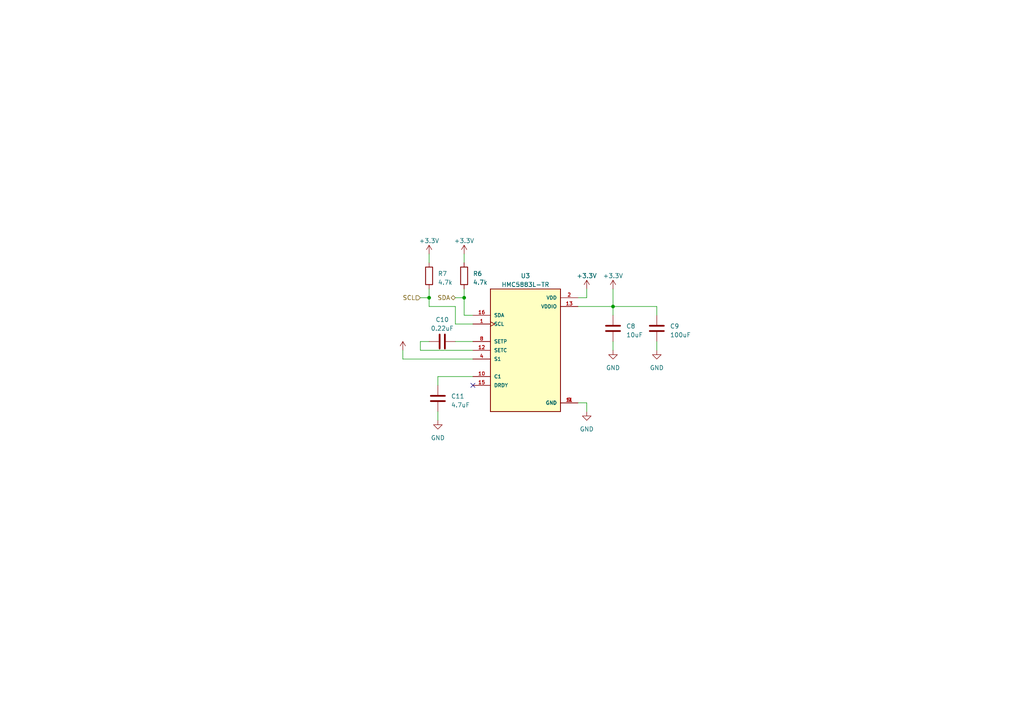
<source format=kicad_sch>
(kicad_sch (version 20230121) (generator eeschema)
  (paper "A4")
  (title_block (title "ISSptr") (date "July 2024") (rev "v1"))
  (lib_symbols
    (symbol "Device:C" (pin_numbers hide) (pin_names (offset 0.254))
      (property "Reference" "C" (at 0.635 2.54 0))
      (property "Value" "C" (at 0.635 -2.54 0))
      (symbol "C_0_1"
        (polyline (pts (xy -2.032 -0.762) (xy 2.032 -0.762)) (stroke (width 0.508)))
        (polyline (pts (xy -2.032 0.762) (xy 2.032 0.762)) (stroke (width 0.508)))
      )
      (symbol "C_1_1"
        (pin passive line (at 0 3.81 270) (length 2.794) (name "~") (number "1"))
        (pin passive line (at 0 -3.81 90) (length 2.794) (name "~") (number "2"))
      )
    )
    (symbol "Device:R" (pin_numbers hide) (pin_names (offset 0))
      (property "Reference" "R" (at 2.032 0 90))
      (property "Value" "R" (at 0 0 90))
      (symbol "R_0_1"
        (rectangle (start -1.016 -2.54) (end 1.016 2.54) (stroke (width 0.254)))
      )
      (symbol "R_1_1"
        (pin passive line (at 0 3.81 270) (length 1.27) (name "~") (number "1"))
        (pin passive line (at 0 -3.81 90) (length 1.27) (name "~") (number "2"))
      )
    )
    (symbol "HMC5883L-TR:HMC5883L-TR" (pin_names (offset 1.016))
      (property "Reference" "U" (at -10.16 19.05 0))
      (property "Value" "HMC5883L-TR" (at -10.16 -20.32 0))
      (symbol "HMC5883L-TR_0_0"
        (rectangle (start -10.16 -17.78) (end 10.16 17.78) (stroke (width 0.254)) (fill (type background)))
        (pin input clock (at -15.24 7.62 0) (length 5.08) (name "SCL") (number "1"))
        (pin bidirectional line (at -15.24 -7.62 0) (length 5.08) (name "C1") (number "10"))
        (pin power_in line (at 15.24 -15.24 180) (length 5.08) (name "GND") (number "11"))
        (pin bidirectional line (at -15.24 0 0) (length 5.08) (name "SETC") (number "12"))
        (pin power_in line (at 15.24 12.7 180) (length 5.08) (name "VDDIO") (number "13"))
        (pin bidirectional line (at -15.24 -10.16 0) (length 5.08) (name "DRDY") (number "15"))
        (pin input line (at -15.24 10.16 0) (length 5.08) (name "SDA") (number "16"))
        (pin power_in line (at 15.24 15.24 180) (length 5.08) (name "VDD") (number "2"))
        (pin bidirectional line (at -15.24 -2.54 0) (length 5.08) (name "S1") (number "4"))
        (pin bidirectional line (at -15.24 2.54 0) (length 5.08) (name "SETP") (number "8"))
        (pin power_in line (at 15.24 -15.24 180) (length 5.08) (name "GND") (number "9"))
      )
    )
    (symbol "power:+3.3V" (power) (pin_names (offset 0))
      (property "Value" "+3.3V" (at 0 3.556 0))
      (symbol "+3.3V_0_1"
        (polyline (pts (xy -0.762 1.27) (xy 0 2.54)))
        (polyline (pts (xy 0 0) (xy 0 2.54)))
        (polyline (pts (xy 0 2.54) (xy 0.762 1.27)))
      )
      (symbol "+3.3V_1_1"
        (pin power_in line (at 0 0 90) (length 0) hide (name "+3.3V") (number "1"))
      )
    )
    (symbol "power:GND" (power) (pin_names (offset 0))
      (property "Value" "GND" (at 0 -3.81 0))
      (symbol "GND_0_1"
        (polyline (pts (xy 0 0) (xy 0 -1.27) (xy 1.27 -1.27) (xy 0 -2.54) (xy -1.27 -1.27) (xy 0 -1.27)))
      )
      (symbol "GND_1_1"
        (pin power_in line (at 0 0 270) (length 0) hide (name "GND") (number "1"))
      )
    )
  )
  (junction (at 124.46 86.36))
  (junction (at 177.8 88.9))
  (junction (at 134.62 86.36))
  (no_connect (at 137.16 111.76))
  (wire (pts (xy 121.92 101.6) (xy 137.16 101.6)))
  (wire (pts (xy 170.18 119.38) (xy 170.18 116.84)))
  (wire (pts (xy 132.08 86.36) (xy 134.62 86.36)))
  (wire (pts (xy 132.08 99.06) (xy 137.16 99.06)))
  (wire (pts (xy 167.64 86.36) (xy 170.18 86.36)))
  (wire (pts (xy 127 109.22) (xy 137.16 109.22)))
  (wire (pts (xy 121.92 99.06) (xy 121.92 101.6)))
  (wire (pts (xy 132.08 93.98) (xy 137.16 93.98)))
  (wire (pts (xy 177.8 99.06) (xy 177.8 101.6)))
  (wire (pts (xy 190.5 91.44) (xy 190.5 88.9)))
  (wire (pts (xy 124.46 99.06) (xy 121.92 99.06)))
  (wire (pts (xy 170.18 86.36) (xy 170.18 83.82)))
  (wire (pts (xy 190.5 99.06) (xy 190.5 101.6)))
  (wire (pts (xy 170.18 116.84) (xy 167.64 116.84)))
  (wire (pts (xy 116.84 104.14) (xy 137.16 104.14)))
  (wire (pts (xy 127 111.76) (xy 127 109.22)))
  (wire (pts (xy 124.46 83.82) (xy 124.46 86.36)))
  (wire (pts (xy 127 119.38) (xy 127 121.92)))
  (wire (pts (xy 177.8 83.82) (xy 177.8 88.9)))
  (wire (pts (xy 124.46 88.9) (xy 132.08 88.9)))
  (wire (pts (xy 134.62 86.36) (xy 134.62 91.44)))
  (wire (pts (xy 124.46 86.36) (xy 124.46 88.9)))
  (wire (pts (xy 121.92 86.36) (xy 124.46 86.36)))
  (wire (pts (xy 134.62 83.82) (xy 134.62 86.36)))
  (wire (pts (xy 116.84 101.6) (xy 116.84 104.14)))
  (wire (pts (xy 124.46 73.66) (xy 124.46 76.2)))
  (wire (pts (xy 134.62 73.66) (xy 134.62 76.2)))
  (wire (pts (xy 134.62 91.44) (xy 137.16 91.44)))
  (wire (pts (xy 190.5 88.9) (xy 177.8 88.9)))
  (wire (pts (xy 177.8 88.9) (xy 167.64 88.9)))
  (wire (pts (xy 177.8 88.9) (xy 177.8 91.44)))
  (wire (pts (xy 132.08 88.9) (xy 132.08 93.98)))
  (hierarchical_label "SDA" (shape bidirectional) (at 132.08 86.36 180))
  (hierarchical_label "SCL" (shape input) (at 121.92 86.36 180))
  (symbol (lib_id "HMC5883L-TR:HMC5883L-TR") (at 152.4 101.6 0) (unit 1)
    (property "Reference" "U3" (at 152.4 80.01 0))
    (property "Value" "HMC5883L-TR" (at 152.4 82.55 0))
    (property "Footprint" "HMC5883L-TR:XDCR_HMC5883L-TR" (effects hide))
    (property "MF" "Honeywell Aerospace" (effects hide))
    (property "Description" "\nMagnetoresistive Sensor X, Y, Z Axis 16-LCC\n" (effects hide))
    (property "Package" "LCC-16 Honeywell" (effects hide))
    (property "Price" "None" (effects hide))
    (property "Check_prices" "https://www.snapeda.com/parts/HMC5883L-TR/Honeywell+Aerospace/view-part/?ref=eda" (effects hide))
    (property "STANDARD" "Manufacturer Recommendations" (effects hide))
    (property "PARTREV" "E" (effects hide))
    (property "SnapEDA_Link" "https://www.snapeda.com/parts/HMC5883L-TR/Honeywell+Aerospace/view-part/?ref=snap" (effects hide))
    (property "MP" "HMC5883L-TR" (effects hide))
    (property "Availability" "In Stock" (effects hide))
    (property "PACKAGE_MAXIMUM_HEIGHT" "0.9mm" (effects hide))
    (property "MANUFACTURER" "HONEYWELL" (effects hide))
  )
  (symbol (lib_id "Device:C") (at 127 115.57 180) (unit 1)
    (property "Reference" "C11" (at 130.81 114.935 0) (effects (justify right)))
    (property "Value" "4.7uF" (at 130.81 117.475 0) (effects (justify right)))
  )
  (symbol (lib_id "Device:C") (at 177.8 95.25 0) (unit 1)
    (property "Reference" "C8" (at 181.61 94.615 0) (effects (justify left)))
    (property "Value" "10uF" (at 181.61 97.155 0) (effects (justify left)))
  )
  (symbol (lib_id "power:+3.3V") (at 134.62 73.66 0) (unit 1)
    (property "Reference" "#PWR024" (effects hide))
    (property "Value" "+3.3V" (at 134.62 69.85 0))
  )
  (symbol (lib_id "power:GND") (at 177.8 101.6 0) (unit 1)
    (property "Reference" "#PWR025" (effects hide))
    (property "Value" "GND" (at 177.8 106.68 0))
  )
  (symbol (lib_id "power:+3.3V") (at 177.8 83.82 0) (unit 1)
    (property "Reference" "#PWR026" (effects hide))
    (property "Value" "+3.3V" (at 177.8 80.01 0))
  )
  (symbol (lib_id "power:GND") (at 190.5 101.6 0) (unit 1)
    (property "Reference" "#PWR029" (effects hide))
    (property "Value" "GND" (at 190.5 106.68 0))
  )
  (symbol (lib_id "power:+3.3V") (at 116.84 101.6 0) (unit 1)
    (property "Reference" "#PWR021" (effects hide))
    (property "Value" "+3.3V" (effects hide))
  )
  (symbol (lib_id "power:GND") (at 127 121.92 0) (unit 1)
    (property "Reference" "#PWR028" (effects hide))
    (property "Value" "GND" (at 127 127 0))
  )
  (symbol (lib_id "power:+3.3V") (at 124.46 73.66 0) (unit 1)
    (property "Reference" "#PWR023" (effects hide))
    (property "Value" "+3.3V" (at 124.46 69.85 0))
  )
  (symbol (lib_id "Device:C") (at 190.5 95.25 0) (unit 1)
    (property "Reference" "C9" (at 194.31 94.615 0) (effects (justify left)))
    (property "Value" "100uF" (at 194.31 97.155 0) (effects (justify left)))
  )
  (symbol (lib_id "power:GND") (at 170.18 119.38 0) (unit 1)
    (property "Reference" "#PWR022" (effects hide))
    (property "Value" "GND" (at 170.18 124.46 0))
  )
  (symbol (lib_id "power:+3.3V") (at 170.18 83.82 0) (unit 1)
    (property "Reference" "#PWR027" (effects hide))
    (property "Value" "+3.3V" (at 170.18 80.01 0))
  )
  (symbol (lib_id "Device:R") (at 124.46 80.01 0) (unit 1)
    (property "Reference" "R7" (at 127 79.375 0) (effects (justify left)))
    (property "Value" "4.7k" (at 127 81.915 0) (effects (justify left)))
  )
  (symbol (lib_id "Device:C") (at 128.27 99.06 90) (unit 1)
    (property "Reference" "C10" (at 128.27 92.71 90))
    (property "Value" "0.22uF" (at 128.27 95.25 90))
  )
  (symbol (lib_id "Device:R") (at 134.62 80.01 0) (unit 1)
    (property "Reference" "R6" (at 137.16 79.375 0) (effects (justify left)))
    (property "Value" "4.7k" (at 137.16 81.915 0) (effects (justify left)))
  )
)
</source>
